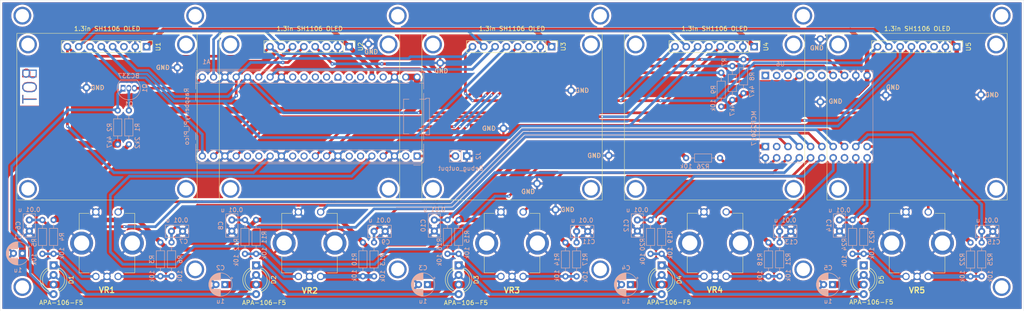
<source format=kicad_pcb>
(kicad_pcb (version 20241229) (generator "pcbnew") (generator_version "9.0")
  (layers (0 "F.Cu" signal) (2 "B.Cu" signal) (13 "F.Paste" user) (15 "B.Paste" user) (5 "F.SilkS" user "F.Silkscreen") (7 "B.SilkS" user "B.Silkscreen") (1 "F.Mask" user) (3 "B.Mask" user) (25 "Edge.Cuts" user))
  (net 0 "")
  (net 1 "GND")
  (net 3 "/displays/DISP_RESET")
  (net 4 "/LEDs/LED")
  (net 6 "/displays/DIN")
  (net 7 "/displays/CS0")
  (net 9 "/rotaries/I2C_SDA")
  (net 10 "/displays/CS1")
  (net 13 "+3.3V")
  (net 15 "/rotaries/MCP_INT")
  (net 17 "/displays/CLK")
  (net 18 "/rotaries/MCP_RESET")
  (net 19 "/rotaries/I2C_SCL")
  (net 20 "/displays/CS4")
  (net 22 "Net-(A1-GPIO0)")
  (net 24 "/displays/CS2")
  (net 26 "/displays/CS3")
  (net 27 "+5V")
  (net 28 "/displays/D{slash}C")
  (net 33 "Net-(U6-GPA1)")
  (net 34 "Net-(U6-GPA0)")
  (net 35 "Net-(U6-GPA4)")
  (net 36 "Net-(U6-GPB7)")
  (net 37 "Net-(U6-GPA7)")
  (net 38 "Net-(U6-GPB2)")
  (net 39 "Net-(U6-GPB1)")
  (net 40 "Net-(U6-GPB4)")
  (net 41 "Net-(U6-GPB3)")
  (net 42 "Net-(D1-DI)")
  (net 43 "Net-(D1-DO)")
  (net 44 "Net-(D2-DO)")
  (net 45 "Net-(D3-DO)")
  (net 46 "Net-(D4-DO)")
  (net 48 "Net-(Q1-B)")
  (net 49 "Net-(VR1-B)")
  (net 50 "Net-(VR1-A)")
  (net 51 "Net-(VR2-B)")
  (net 52 "Net-(VR2-A)")
  (net 53 "Net-(VR3-B)")
  (net 54 "Net-(VR3-A)")
  (net 55 "Net-(VR4-B)")
  (net 56 "Net-(VR4-A)")
  (net 57 "Net-(VR5-B)")
  (net 58 "Net-(VR5-A)")
  (net 65 "Net-(U6-GPA2)")
  (net 66 "Net-(U6-GPB0)")
  (net 68 "Net-(U6-GPB5)")
  (net 70 "Net-(U6-GPA3)")
  (net 73 "Net-(U6-GPB6)")
  (net 75 "Net-(U6-GPA6)")
  (footprint "VC5_footprint_library:PinHeader_1x08_P2.54mm_Vertical_Display" (layer "F.Cu") (at 213.53 65.1 -90)
    (property "Reference" "U4")
    (property "Value" "1.3in SH1106 OLED")
  )
  (footprint "LED_THT:LED_D5.0mm-4_RGB_Wide_Pins" (layer "F.Cu") (at 101.64 114.31 -90)
    (property "Reference" "D2")
    (property "Value" "APA-106-F5")
  )
  (footprint "" (layer "F.Cu") (at 228.4 63.4)
    (property "Reference" "")
    (property "Value" "")
  )
  (footprint "" (layer "F.Cu") (at 228.4 77.5)
    (property "Reference" "")
    (property "Value" "")
  )
  (footprint "" (layer "F.Cu") (at 157.2 83.5)
    (property "Reference" "")
    (property "Value" "")
  )
  (footprint "" (layer "F.Cu") (at 243.1 76)
    (property "Reference" "")
    (property "Value" "")
  )
  (footprint "" (layer "F.Cu") (at 49.14 119.18)
    (property "Reference" "")
    (property "Value" "")
  )
  (footprint "" (layer "F.Cu") (at 178.96 58.12)
    (property "Reference" "")
    (property "Value" "")
  )
  (footprint "" (layer "F.Cu") (at 269.14 58.12)
    (property "Reference" "")
    (property "Value" "")
  )
  (footprint "" (layer "F.Cu") (at 133.46 58.12)
    (property "Reference" "")
    (property "Value" "")
  )
  (footprint "" (layer "F.Cu") (at 164.75 95.9)
    (property "Reference" "")
    (property "Value" "")
  )
  (footprint "" (layer "F.Cu") (at 180.86 89.6)
    (property "Reference" "")
    (property "Value" "")
  )
  (footprint "" (layer "F.Cu") (at 172.4 74.94)
    (property "Reference" "")
    (property "Value" "")
  )
  (footprint "" (layer "F.Cu") (at 83.95 69.8)
    (property "Reference" "")
    (property "Value" "")
  )
  (footprint "LED_THT:LED_D5.0mm-4_RGB_Wide_Pins" (layer "F.Cu") (at 147.14 114.31 -90)
    (property "Reference" "D3")
    (property "Value" "APA-106-F5")
  )
  (footprint "" (layer "F.Cu") (at 264.48 75.93)
    (property "Reference" "")
    (property "Value" "")
  )
  (footprint "" (layer "F.Cu") (at 88.01 115.21)
    (property "Reference" "")
    (property "Value" "")
  )
  (footprint "VC5_footprint_library:PinHeader_1x08_P2.54mm_Vertical_Display" (layer "F.Cu") (at 122.53 65.1 -90)
    (property "Reference" "U2")
    (property "Value" "1.3in SH1106 OLED")
  )
  (footprint "" (layer "F.Cu") (at 49.13 58.12)
    (property "Reference" "")
    (property "Value" "")
  )
  (footprint "LED_THT:LED_D5.0mm-4_RGB_Wide_Pins" (layer "F.Cu") (at 238.14 114.31 -90)
    (property "Reference" "D5")
    (property "Value" "APA-106-F5")
  )
  (footprint "VC5_footprint_library:PEC11R4220FS0024" (layer "F.Cu") (at 65.64 102.3)
    (property "Reference" "VR1")
    (property "Value" "PEC11R-4220F-S0024" (hide yes))
  )
  (footprint "" (layer "F.Cu") (at 225.03 115.21)
    (property "Reference" "")
    (property "Value" "")
  )
  (footprint "" (layer "F.Cu") (at 63.53 74.31)
    (property "Reference" "")
    (property "Value" "")
  )
  (footprint "VC5_footprint_library:PinHeader_1x08_P2.54mm_Vertical_Display" (layer "F.Cu") (at 77.03 65.1 -90)
    (property "Reference" "U1")
    (property "Value" "1.3in SH1106 OLED")
  )
  (footprint "" (layer "F.Cu") (at 133.35 115.21)
    (property "Reference" "")
    (property "Value" "")
  )
  (footprint "" (layer "F.Cu") (at 143 68.75)
    (property "Reference" "")
    (property "Value" "")
  )
  (footprint "" (layer "F.Cu") (at 126.85 64.5)
    (property "Reference" "")
    (property "Value" "")
  )
  (footprint "VC5_footprint_library:PinHeader_1x08_P2.54mm_Vertical_Display" (layer "F.Cu") (at 259.03 65.11 -90)
    (property "Reference" "U5")
    (property "Value" "1.3in SH1106 OLED")
  )
  (footprint "LED_THT:LED_D5.0mm-4_RGB_Wide_Pins" (layer "F.Cu") (at 56.14 114.31 -90)
    (property "Reference" "D1")
    (property "Value" "APA-106-F5")
  )
  (footprint "" (layer "F.Cu") (at 179.22 115.21)
    (property "Reference" "")
    (property "Value" "")
  )
  (footprint "VC5_footprint_library:PEC11R4220FS0024" (layer "F.Cu") (at 202.25 102.28)
    (property "Reference" "VR4")
    (property "Value" "PEC11R-4220F-S0024" (hide yes))
  )
  (footprint "VC5_footprint_library:PEC11R4220FS0024" (layer "F.Cu") (at 111.14 102.3)
    (property "Reference" "VR2")
    (property "Value" "PEC11R-4220F-S0024" (hide yes))
  )
  (footprint "" (layer "F.Cu") (at 224.57 58.12)
    (property "Reference" "")
    (property "Value" "")
  )
  (footprint "" (layer "F.Cu") (at 87.96 58.12)
    (property "Reference" "")
    (property "Value" "")
  )
  (footprint "" (layer "F.Cu") (at 269.14 119.18)
    (property "Reference" "")
    (property "Value" "")
  )
  (footprint "VC5_footprint_library:PinHeader_1x08_P2.54mm_Vertical_Display" (layer "F.Cu") (at 168.03 65.1 -90)
    (property "Reference" "U3")
    (property "Value" "1.3in SH1106 OLED")
  )
  (footprint "VC5_footprint_library:PEC11R4220FS0024" (layer "F.Cu") (at 247.64 102.3)
    (property "Reference" "VR5")
    (property "Value" "PEC11R-4220F-S0024" (hide yes))
  )
  (footprint "LED_THT:LED_D5.0mm-4_RGB_Wide_Pins" (layer "F.Cu") (at 192.75 114.31 -90)
    (property "Reference" "D4")
    (property "Value" "APA-106-F5")
  )
  (footprint "VC5_footprint_library:PEC11R4220FS0024" (layer "F.Cu") (at 156.64 102.3)
    (property "Reference" "VR3")
    (property "Value" "PEC11R-4220F-S0024" (hide yes))
  )
  (footprint "" (layer "F.Cu") (at 168.91 101.76)
    (property "Reference" "")
    (property "Value" "")
  )
  (footprint "Capacitor_THT:C_Disc_D5.0mm_W2.5mm_P2.50mm" (layer "B.Cu") (at 141.69 104.09 -90)
    (property "Reference" "C10")
    (property "Value" "0.01 u")
  )
  (footprint "Resistor_THT:R_Axial_DIN0204_L3.6mm_D1.6mm_P7.62mm_Horizontal" (layer "B.Cu") (at 173.64 116.78 90)
    (property "Reference" "R17")
    (property "Value" "10k")
  )
  (footprint "Resistor_THT:R_Axial_DIN0204_L3.6mm_D1.6mm_P7.62mm_Horizontal" (layer "B.Cu") (at 192.75 104.09 -90)
    (property "Reference" "R19")
    (property "Value" "10k")
  )
  (footprint "Capacitor_THT:C_Disc_D5.0mm_W2.5mm_P2.50mm" (layer "B.Cu") (at 173.64 106.66)
    (property "Reference" "C11")
    (property "Value" "0.01 u")
  )
  (footprint "Resistor_THT:R_Axial_DIN0204_L3.6mm_D1.6mm_P7.62mm_Horizontal" (layer "B.Cu") (at 125.64 109.14 -90)
    (property "Reference" "R10")
    (property "Value" "10k")
  )
  (footprint "Capacitor_THT:C_Disc_D5.0mm_W2.5mm_P2.50mm" (layer "B.Cu") (at 264.64 106.66)
    (property "Reference" "C15")
    (property "Value" "0.01 u")
  )
  (footprint "Resistor_THT:R_Axial_DIN0204_L3.6mm_D1.6mm_P7.62mm_Horizontal" (layer "B.Cu") (at 144.64 111.71 90)
    (property "Reference" "R16")
    (property "Value" "10k")
  )
  (footprint "Resistor_THT:R_Axial_DIN0204_L3.6mm_D1.6mm_P7.62mm_Horizontal" (layer "B.Cu") (at 198.24 90.15)
    (property "Reference" "R26")
    (property "Value" "10k")
  )
  (footprint "Capacitor_THT:CP_Radial_D5.0mm_P2.00mm" (layer "B.Cu") (at 231.14 118.628 180)
    (property "Reference" "C5")
    (property "Value" "1u")
  )
  (footprint "Resistor_THT:R_Axial_DIN0204_L3.6mm_D1.6mm_P7.62mm_Horizontal" (layer "B.Cu") (at 206.13 78.58 90)
    (property "Reference" "R9")
    (property "Value" "10k")
  )
  (footprint "Capacitor_THT:C_Disc_D5.0mm_W2.5mm_P2.50mm" (layer "B.Cu") (at 128.14 106.65)
    (property "Reference" "C9")
    (property "Value" "0.01 u")
  )
  (footprint "Resistor_THT:R_Axial_DIN0204_L3.6mm_D1.6mm_P7.62mm_Horizontal" (layer "B.Cu") (at 128.14 116.77 90)
    (property "Reference" "R13")
    (property "Value" "10k")
  )
  (footprint "Capacitor_THT:C_Disc_D5.0mm_W2.5mm_P2.50mm" (layer "B.Cu") (at 187.3 104.09 -90)
    (property "Reference" "C12")
    (property "Value" "0.01 u")
  )
  (footprint "Capacitor_THT:C_Disc_D5.0mm_W2.5mm_P2.50mm" (layer "B.Cu") (at 50.69 104.09 -90)
    (property "Reference" "C6")
    (property "Value" "0.01 u")
  )
  (footprint "Resistor_THT:R_Axial_DIN0204_L3.6mm_D1.6mm_P7.62mm_Horizontal" (layer "B.Cu") (at 235.64 111.71 90)
    (property "Reference" "R24")
    (property "Value" "10k")
  )
  (footprint "VC5_footprint_library:MCP23017_IO_expander" (layer "B.Cu") (at 227.492 79.983 -90)
    (property "Reference" "U6")
    (property "Value" "MCP23017")
  )
  (footprint "Resistor_THT:R_Axial_DIN0204_L3.6mm_D1.6mm_P7.62mm_Horizontal" (layer "B.Cu") (at 82.64 116.75 90)
    (property "Reference" "R6")
    (property "Value" "10k")
  )
  (footprint "Resistor_THT:R_Axial_DIN0204_L3.6mm_D1.6mm_P7.62mm_Horizontal" (layer "B.Cu") (at 56.14 104.09 -90)
    (property "Reference" "R4")
    (property "Value" "10k")
  )
  (footprint "Resistor_THT:R_Axial_DIN0204_L3.6mm_D1.6mm_P7.62mm_Horizontal" (layer "B.Cu") (at 219.25 116.76 90)
    (property "Reference" "R21")
    (property "Value" "10k")
  )
  (footprint "Resistor_THT:R_Axial_DIN0204_L3.6mm_D1.6mm_P7.62mm_Horizontal" (layer "B.Cu") (at 262.14 109.18 -90)
    (property "Reference" "R22")
    (property "Value" "10k")
  )
  (footprint "Capacitor_THT:CP_Radial_D5.0mm_P2.00mm" (layer "B.Cu") (at 49.13 111.61 180)
    (property "Reference" "C1")
    (property "Value" "1u")
  )
  (footprint "Resistor_THT:R_Axial_DIN0204_L3.6mm_D1.6mm_P7.62mm_Horizontal" (layer "B.Cu") (at 80.14 109.13 -90)
    (property "Reference" "R3")
    (property "Value" "10k")
  )
  (footprint "Package_TO_SOT_THT:TO-92_Inline" (layer "B.Cu") (at 71.77 74.45)
    (property "Reference" "Q1")
    (property "Value" "BC337")
  )
  (footprint "Resistor_THT:R_Axial_DIN0204_L3.6mm_D1.6mm_P7.62mm_Horizontal" (layer "B.Cu") (at 264.64 116.78 90)
    (property "Reference" "R25")
    (property "Value" "10k")
  )
  (footprint "Resistor_THT:R_Axial_DIN0204_L3.6mm_D1.6mm_P7.62mm_Horizontal" (layer "B.Cu") (at 101.64 104.09 -90)
    (property "Reference" "R11")
    (property "Value" "10k")
  )
  (footprint "Capacitor_THT:CP_Radial_D5.0mm_P2.00mm" (layer "B.Cu") (at 140.14 118.628 180)
    (property "Reference" "C3")
    (property "Value" "1u")
  )
  (footprint "Resistor_THT:R_Axial_DIN0204_L3.6mm_D1.6mm_P7.62mm_Horizontal" (layer "B.Cu") (at 99.14 111.71 90)
    (property "Reference" "R12")
    (property "Value" "10k")
  )
  (footprint "Capacitor_THT:C_Disc_D5.0mm_W2.5mm_P2.50mm" (layer "B.Cu") (at 82.63 106.63)
    (property "Reference" "C7")
    (property "Value" "0.01 u")
  )
  (footprint "Connector_PinHeader_2.54mm:PinHeader_1x02_P2.54mm_Vertical" (layer "B.Cu") (at 148.96 89.7 90)
    (property "Reference" "J2")
    (property "Value" "Debug_output")
  )
  (footprint "Capacitor_THT:C_Disc_D5.0mm_W2.5mm_P2.50mm" (layer "B.Cu") (at 96.19 104.09 -90)
    (property "Reference" "C8")
    (property "Value" "0.01 u")
  )
  (footprint "VC5_footprint_library:RaspberryPi_Pico_Common_THT_custom" (layer "B.Cu") (at 137.81 89.71 90)
    (property "Reference" "A1")
    (property "Value" "RaspberryPi_Pico")
  )
  (footprint "Resistor_THT:R_Axial_DIN0204_L3.6mm_D1.6mm_P7.62mm_Horizontal" (layer "B.Cu") (at 147.14 104.09 -90)
    (property "Reference" "R15")
    (property "Value" "10k")
  )
  (footprint "Resistor_THT:R_Axial_DIN0204_L3.6mm_D1.6mm_P7.62mm_Horizontal" (layer "B.Cu") (at 211.13 67.96 -90)
    (property "Reference" "R8")
    (property "Value" "4k7")
  )
  (footprint "Resistor_THT:R_Axial_DIN0204_L3.6mm_D1.6mm_P7.62mm_Horizontal" (layer "B.Cu") (at 238.14 104.09 -90)
    (property "Reference" "R23")
    (property "Value" "10k")
  )
  (footprint "Capacitor_THT:CP_Radial_D5.0mm_P2.00mm" (layer "B.Cu") (at 94.64 118.628 180)
    (property "Reference" "C2")
    (property "Value" "1u")
  )
  (footprint "Capacitor_THT:C_Disc_D5.0mm_W2.5mm_P2.50mm" (layer "B.Cu") (at 232.69 104.09 -90)
    (property "Reference" "C14")
    (property "Value" "0.01 u")
  )
  (footprint "Resistor_THT:R_Axial_DIN0204_L3.6mm_D1.6mm_P7.62mm_Horizontal" (layer "B.Cu") (at 171.14 109.17 -90)
    (property "Reference" "R14")
    (property "Value" "10k")
  )
  (footprint "Capacitor_THT:C_Disc_D5.0mm_W2.5mm_P2.50mm" (layer "B.Cu") (at 219.25 106.64)
    (property "Reference" "C13")
    (property "Value" "0.01 u")
  )
  (footprint "Resistor_THT:R_Axial_DIN0204_L3.6mm_D1.6mm_P7.62mm_Horizontal" (layer "B.Cu") (at 216.75 109.16 -90)
    (property "Reference" "R18")
    (property "Value" "10k")
  )
  (footprint "Resistor_THT:R_Axial_DIN0204_L3.6mm_D1.6mm_P7.62mm_Horizontal" (layer "B.Cu") (at 53.64 111.71 90)
    (property "Reference" "R5")
    (property "Value" "10k")
  )
  (footprint "Resistor_THT:R_Axial_DIN0204_L3.6mm_D1.6mm_P7.62mm_Horizontal" (layer "B.Cu") (at 208.63 69.46 -90)
    (property "Reference" "R7")
    (property "Value" "4k7")
  )
  (footprint "Resistor_THT:R_Axial_DIN0204_L3.6mm_D1.6mm_P7.62mm_Horizontal" (layer "B.Cu") (at 73.05 87.07 90)
    (property "Reference" "R1")
    (property "Value" "2k2")
  )
  (footprint "Resistor_THT:R_Axial_DIN0204_L3.6mm_D1.6mm_P7.62mm_Horizontal" (layer "B.Cu") (at 70.55 87.07 90)
    (property "Reference" "R2")
    (property "Value" "4k7")
  )
  (footprint "Capacitor_THT:CP_Radial_D5.0mm_P2.00mm" (layer "B.Cu") (at 185.74 118.628 180)
    (property "Reference" "C4")
    (property "Value" "1u")
  )
  (footprint "Resistor_THT:R_Axial_DIN0204_L3.6mm_D1.6mm_P7.62mm_Horizontal" (layer "B.Cu") (at 190.25 111.71 90)
    (property "Reference" "R20")
    (property "Value" "10k")
  )
  (gr_rect (start 44.13 54.62) (end 274.13 124.62) (stroke (width 0.05)) (fill no) (layer "Edge.Cuts"))
  (gr_text "TOP" (at 52.61 78.19 90) (layer "F.Cu") (effects (font (size 3 3) (thickness 0.25)) (justify left bottom)))
  (gr_text "BOT" (at 52.62 69.51 90) (layer "B.Cu") (effects (font (size 3 3) (thickness 0.25)) (justify left bottom mirror)))
  (gr_text "GND" (at 66.01 74.33 0) (layer "F.SilkS") (effects (font (size 1 1))))
  (gr_text "GND" (at 153.94 83.5 0) (layer "F.SilkS") (effects (font (size 1 1))))
  (gr_text "GND" (at 127.49 66.26 0) (layer "F.SilkS") (effects (font (size 1 1))))
  (gr_text "GND" (at 174.88 74.96 0) (layer "F.SilkS") (effects (font (size 1 1))))
  (gr_text "GND" (at 266.96 75.95 0) (layer "F.SilkS") (effects (font (size 1 1))))
  (gr_text "GND" (at 143.24 70.56 0) (layer "F.SilkS") (effects (font (size 1 1))))
  (gr_text "GND" (at 227.6 65.4 0) (layer "F.SilkS") (effects (font (size 1 1))))
  (gr_text "GND" (at 231.8 77.4 0) (layer "F.SilkS") (effects (font (size 1 1))))
  (gr_text "GND" (at 177.6 89.6 0) (layer "F.SilkS") (effects (font (size 1 1))))
  (gr_text "GND" (at 244.7 74.25 0) (layer "F.SilkS") (effects (font (size 1 1))))
  (gr_text "GND" (at 162.74 97.71 0) (layer "F.SilkS") (effects (font (size 1 1))))
  (gr_text "GND" (at 171.61 101.76 0) (layer "F.SilkS") (effects (font (size 1 1))))
  (gr_text "GND" (at 80.69 69.8 0) (layer "F.SilkS") (effects (font (size 1 1))))
  (gr_text "GND" (at 153.95 83.49 0) (layer "B.SilkS") (effects (font (size 1 1)) (justify mirror)))
  (gr_text "GND" (at 171.61 101.76 0) (layer "B.SilkS") (effects (font (size 1 1)) (justify mirror)))
  (gr_text "GND" (at 174.89 74.95 0) (layer "B.SilkS") (effects (font (size 1 1)) (justify mirror)))
  (gr_text "GND" (at 127.5 66.25 0) (layer "B.SilkS") (effects (font (size 1 1)) (justify mirror)))
  (gr_text "GND" (at 177.61 89.59 0) (layer "B.SilkS") (effects (font (size 1 1)) (justify mirror)))
  (gr_text "GND" (at 80.7 69.79 0) (layer "B.SilkS") (effects (font (size 1 1)) (justify mirror)))
  (gr_text "GND" (at 143.25 70.55 0) (layer "B.SilkS") (effects (font (size 1 1)) (justify mirror)))
  (gr_text "GND" (at 162.75 97.7 0) (layer "B.SilkS") (effects (font (size 1 1)) (justify mirror)))
  (gr_text "GND" (at 266.94 75.94 0) (layer "B.SilkS") (effects (font (size 1 1)) (justify mirror)))
  (gr_text "GND" (at 244.7 74.25 0) (layer "B.SilkS") (effects (font (size 1 1)) (justify mirror)))
  (gr_text "GND" (at 231.8 77.4 0) (layer "B.SilkS") (effects (font (size 1 1)) (justify mirror)))
  (gr_text "GND" (at 66.03 74.32 0) (layer "B.SilkS") (effects (font (size 1 1)) (justify mirror)))
  (gr_text "GND" (at 227.6 65.4 0) (layer "B.SilkS") (effects (font (size 1 1)) (justify mirror)))
  (segment (start 192.5 77.25) (end 183.6 77.25) (width 0.6) (layer "F.Cu") (net 3))
  (segment (start 148.66 75.64) (end 148.66 66.69) (width 0.6) (layer "F.Cu") (net 3))
  (segment (start 104.75 65.1) (end 102.6 67.25) (width 0.6) (layer "F.Cu") (net 3))
  (segment (start 102.6 67.25) (end 61.4 67.25) (width 0.6) (layer "F.Cu") (net 3))
  (segment (start 59.25 65.1) (end 59.25 82.99) (width 0.6) (layer "F.Cu") (net 3))
  (segment (start 148.66 66.69) (end 150.25 65.1) (width 0.6) (layer "F.Cu") (net 3))
  (segment (start 61.4 67.25) (end 59.25 65.1) (width 0.6) (layer "F.Cu") (net 3))
  (segment (start 150.26 77.25) (end 150.25 77.24) (width 0.6) (layer "F.Cu") (net 3))
  (segment (start 183.6 77.25) (end 150.26 77.25) (width 0.6) (layer "F.Cu") (net 3))
  (via (at 183.6 77.25) (size 0.6) (drill 0.3) (layers "F.Cu" "B.Cu") (net 3))
  (via (at 192.5 77.25) (size 0.6) (drill 0.3) (layers "F.Cu" "B.Cu") (net 3))
  (via (at 150.25 77.24) (size 0.6) (drill 0.3) (layers "F.Cu" "B.Cu") (net 3))
  (via (at 148.66 75.64) (size 0.6) (drill 0.3) (layers "F.Cu" "B.Cu") (net 3))
  (via (at 59.25 82.99) (size 0.6) (drill 0.3) (layers "F.Cu" "B.Cu") (net 3))
  (segment (start 213.56 68.73) (end 237.63 68.73) (width 0.6) (layer "B.Cu") (net 3))
  (segment (start 107.4 67.75) (end 135.9 67.75) (width 0.6) (layer "B.Cu") (net 3))
  (segment (start 150.25 77.24) (end 150.25 77.23) (width 0.6) (layer "B.Cu") (net 3))
  (segment (start 205.04 77.25) (end 213.56 68.73) (width 0.6) (layer "B.Cu") (net 3))
  (segment (start 59.25 82.99) (end 69.7 93.44) (width 0.6) (layer "B.Cu") (net 3))
  (segment (start 69.7 93.44) (end 101.06 93.44) (width 0.6) (layer "B.Cu") (net 3))
  (segment (start 104.75 65.1) (end 107.4 67.75) (width 0.6) (layer "B.Cu") (net 3))
  (segment (start 192.5 77.25) (end 205.04 77.25) (width 0.6) (layer "B.Cu") (net 3))
  (segment (start 148 67.35) (end 150.25 65.1) (width 0.6) (layer "B.Cu") (net 3))
  (segment (start 135.9 67.75) (end 136.3 67.35) (width 0.6) (layer "B.Cu") (net 3))
  (segment (start 237.63 68.73) (end 241.25 65.11) (width 0.6) (layer "B.Cu") (net 3))
  (segment (start 101.06 93.44) (end 104.79 89.71) (width 0.6) (layer "B.Cu") (net 3))
  (segment (start 150.25 77.23) (end 148.66 75.64) (width 0.6) (layer "B.Cu") (net 3))
  (segment (start 183.6 77.25) (end 195.75 65.1) (width 0.6) (layer "B.Cu") (net 3))
  (segment (start 136.3 67.35) (end 148 67.35) (width 0.6) (layer "B.Cu") (net 3))
  (segment (start 87.03 74.45) (end 89.55 71.93) (width 0.6) (layer "F.Cu") (net 4))
  (segment (start 74.31 74.45) (end 87.03 74.45) (width 0.6) (layer "F.Cu") (net 4))
  (segment (start 141.8 72.19) (end 141.8 71.92) (width 0.6) (layer "F.Cu") (net 6))
  (segment (start 242.719 79.981) (end 251.41 71.29) (width 0.6) (layer "F.Cu") (net 6))
  (segment (start 143.28 79.981) (end 138.141 79.981) (width 0.6) (layer "F.Cu") (net 6))
  (segment (start 138.84 68.96) (end 129.88 68.96) (width 0.6) (layer "F.Cu") (net 6))
  (segment (start 145.529 79.981) (end 143.28 79.981) (width 0.6) (layer "F.Cu") (net 6))
  (segment (start 141.8 76.32) (end 141.8 72.19) (width 0.6) (layer "F.Cu") (net 6))
  (segment (start 160.41 65.1) (end 145.529 79.981) (width 0.6) (layer "F.Cu") (net 6))
  (segment (start 118.77 68.96) (end 114.91 65.1) (width 0.6) (layer "F.Cu") (net 6))
  (segment (start 138.141 79.981) (end 138.14 79.98) (width 0.6) (layer "F.Cu") (net 6))
  (segment (start 190.16 79.981) (end 143.28 79.981) (width 0.6) (layer "F.Cu") (net 6))
  (segment (start 191.029 79.981) (end 242.719 79.981) (width 0.6) (layer "F.Cu") (net 6))
  (segment (start 138.94 69.06) (end 138.84 68.96) (width 0.6) (layer "F.Cu") (net 6))
  (segment (start 138.14 79.98) (end 141.8 76.32) (width 0.6) (layer "F.Cu") (net 6))
  (segment (start 191.029 79.981) (end 190.16 79.981) (width 0.6) (layer "F.Cu") (net 6))
  (segment (start 141.8 71.92) (end 138.94 69.06) (width 0.6) (layer "F.Cu") (net 6))
  (segment (start 205.91 65.1) (end 191.029 79.981) (width 0.6) (layer "F.Cu") (net 6))
  (segment (start 251.41 65.11) (end 251.41 71.29) (width 0.6) (layer "F.Cu") (net 6))
  (via (at 138.14 79.98) (size 0.6) (drill 0.3) (layers "F.Cu" "B.Cu") (net 6))
  (via (at 118.77 68.96) (size 0.8) (drill 0.3) (layers "F.Cu" "B.Cu") (net 6))
  (via (at 129.88 68.96) (size 0.8) (drill 0.3) (layers "F.Cu" "B.Cu") (net 6))
  (segment (start 95.33 76.31) (end 99.71 71.93) (width 0.6) (layer "B.Cu") (net 6))
  (segment (start 77.453572 70.468) (end 83.295572 76.31) (width 0.6) (layer "B.Cu") (net 6))
  (segment (start 107.76 79.98) (end 99.71 71.93) (width 0.6) (layer "B.Cu") (net 6))
  (segment (start 129.88 68.96) (end 118.77 68.96) (width 0.6) (layer "B.Cu") (net 6))
  (segment (start 83.295572 76.31) (end 92.58 76.31) (width 0.6) (layer "B.Cu") (net 6))
  (segment (start 92.58 76.31) (end 95.33 76.31) (width 0.6) (layer "B.Cu") (net 6))
  (segment (start 74.778 70.468) (end 77.453572 70.468) (width 0.6) (layer "B.Cu") (net 6))
  (segment (start 138.14 79.98) (end 107.76 79.98) (width 0.6) (layer "B.Cu") (net 6))
  (segment (start 69.41 65.1) (end 74.778 70.468) (width 0.6) (layer "B.Cu") (net 6))
  (segment (start 89.55 84.83) (end 89.55 89.71) (width 0.6) (layer "B.Cu") (net 7))
  (segment (start 64.33 65.1) (end 71.3 72.07) (width 0.6) (layer "B.Cu") (net 7))
  (segment (start 71.3 72.07) (end 76.79 72.07) (width 0.6) (layer "B.Cu") (net 7))
  (segment (start 76.79 72.07) (end 89.55 84.83) (width 0.6) (layer "B.Cu") (net 7))
  (segment (start 161.05 69.46) (end 200.28 69.46) (width 0.6) (layer "F.Cu") (net 9))
  (segment (start 123.27 83.93) (end 117.49 89.71) (width 0.6) (layer "F.Cu") (net 9))
  (segment (start 146.58 83.93) (end 123.27 83.93) (width 0.6) (layer "F.Cu") (net 9))
  (segment (start 229.171 69.46) (end 208.63 69.46) (width 0.6) (layer "F.Cu") (net 9))
  (segment (start 231.29 71.579) (end 229.171 69.46) (width 0.6) (layer "F.Cu") (net 9))
  (segment (start 147.42 83.09) (end 146.58 83.93) (width 0.6) (layer "F.Cu") (net 9))
  (segment (start 154.52 75.99) (end 161.05 69.46) (width 0.6) (layer "F.Cu") (net 9))
  (via (at 154.52 75.99) (size 0.6) (drill 0.3) (layers "F.Cu" "B.Cu") (net 9))
  (via (at 147.42 83.09) (size 0.6) (drill 0.3) (layers "F.Cu" "B.Cu") (net 9))
  (via (at 200.28 69.46) (size 0.6) (drill 0.3) (layers "F.Cu" "B.Cu") (net 9))
  (segment (start 154.52 75.99) (end 147.42 83.09) (width 0.6) (layer "B.Cu") (net 9))
  (segment (start 208.63 69.46) (end 200.28 69.46) (width 0.6) (layer "B.Cu") (net 9))
  (segment (start 107.86 67.07) (end 107.11 67.07) (width 0.6) (layer "F.Cu") (net 10))
  (segment (start 109.83 65.1) (end 107.86 67.07) (width 0.6) (layer "F.Cu") (net 10))
  (segment (start 107.11 67.07) (end 102.25 71.93) (width 0.6) (layer "F.Cu") (net 10))
  (segment (start 218.35 110.76) (end 231.47 110.76) (width 1) (layer "F.Cu") (net 13))
  (segment (start 118.77 61.34) (end 122.53 65.1) (width 1) (layer "F.Cu") (net 13))
  (segment (start 147.14 104.09) (end 163.659 87.571) (width 1) (layer "F.Cu") (net 13))
  (segment (start 207.13 78.58) (end 208.63 77.08) (width 1) (layer "F.Cu") (net 13))
  (segment (start 140.18 111.05) (end 127.55 111.05) (width 1) (layer "F.Cu") (net 13))
  (segment (start 81.73 110.72) (end 80.14 109.13) (width 1) (layer "F.Cu") (net 13))
  (segment (start 127.65 70.22) (end 122.53 65.1) (width 1) (layer "F.Cu") (net 13))
  (segment (start 238.91 65.12) (end 235.13 61.34) (width 1) (layer "F.Cu") (net 13))
  (segment (start 73.05 87.18) (end 73.05 87.07) (width 1) (layer "F.Cu") (net 13))
  (segment (start 259.215 106.255) (end 262.14 109.18) (width 1) (layer "F.Cu") (net 13))
  (segment (start 259.03 106.07) (end 259.215 106.255) (width 1) (layer "F.Cu") (net 13))
  (segment (start 255.26 61.34) (end 235.13 61.34) (width 1) (layer "F.Cu") (net 13))
  (segment (start 120.59 104.09) (end 101.64 104.09) (width 1) (layer "F.Cu") (net 13))
  (segment (start 83.314156 110.72) (end 83.303156 110.731) (width 1) (layer "F.Cu") (net 13))
  (segment (start 238.14 104.09) (end 257.05 104.09) (width 1) (layer "F.Cu") (net 13))
  (segment (start 211.13 75.58) (end 236.9 75.58) (width 1) (layer "F.Cu") (net 13))
  (segment (start 208.63 77.08) (end 209.63 77.08) (width 1) (layer "F.Cu") (net 13))
  (segment (start 164.27 61.34) (end 118.77 61.34) (width 1) (layer "F.Cu") (net 13))
  (segment (start 172.731 110.761) (end 186.079 110.761) (width 1) (layer "F.Cu") (net 13))
  (segment (start 195 87.571) (end 216.05 87.571) (width 1) (layer "F.Cu") (net 13))
  (segment (start 81.976844 110.731) (end 81.965844 110.72) (width 1) (layer "F.Cu") (net 13))
  (segment (start 231.47 110.76) (end 238.14 104.09) (width 1) (layer "F.Cu") (net 13))
  (segment (start 235.13 61.34) (end 209.77 61.34) (width 1) (layer "F.Cu") (net 13))
  (segment (start 127.65 71.93) (end 127.65 70.22) (width 1) (layer "F.Cu") (net 13))
  (segment (start 56.14 103.99) (end 56.14 103.98) (width 1) (layer "F.Cu") (net 13))
  (segment (start 171.14 109.17) (end 172.731 110.761) (width 1) (layer "F.Cu") (net 13))
  (segment (start 80.79 61.34) (end 118.77 61.34) (width 1) (layer "F.Cu") (net 13))
  (segment (start 83.303156 110.731) (end 81.976844 110.731) (width 1) (layer "F.Cu") (net 13))
  (segment (start 95.01 110.72) (end 83.314156 110.72) (width 1) (layer "F.Cu") (net 13))
  (segment (start 147.14 104.09) (end 140.18 111.05) (width 1) (layer "F.Cu") (net 13))
  (segment (start 168.03 65.1) (end 164.27 61.34) (width 1) (layer "F.Cu") (net 13))
  (segment (start 211.68 104.09) (end 216.75 109.16) (width 1) (layer "F.Cu") (net 13))
  (segment (start 238.91 71.579) (end 238.91 65.12) (width 1) (layer "F.Cu") (net 13))
  (segment (start 216.75 109.16) (end 218.35 110.76) (width 1) (layer "F.Cu") (net 13))
  (segment (start 73.05 87.08) (end 73.05 87.05) (width 1) (layer "F.Cu") (net 13))
  (segment (start 198.24 90.15) (end 195.661 87.571) (width 1) (layer "F.Cu") (net 13))
  (segment (start 209.77 61.34) (end 164.27 61.34) (width 1) (layer "F.Cu") (net 13))
  (segment (start 206.13 78.58) (end 207.13 78.58) (width 1) (layer "F.Cu") (net 13))
  (segment (start 56.14 104.09) (end 75.1 104.09) (width 1) (layer "F.Cu") (net 13))
  (segment (start 209.63 77.08) (end 211.13 75.58) (width 1) (layer "F.Cu") (net 13))
  (segment (start 259.03 65.11) (end 259.03 106.07) (width 1) (layer "F.Cu") (net 13))
  (segment (start 56.14 104.09) (end 73.05 87.18) (width 1) (layer "F.Cu") (net 13))
  (segment (start 101.64 104.09) (end 95.01 110.72) (width 1) (layer "F.Cu") (net 13))
  (segment (start 73.05 87.08) (end 73.05 87.07) (width 1) (layer "F.Cu") (net 13))
  (segment (start 75.1 104.09) (end 80.14 109.13) (width 1) (layer "F.Cu") (net 13))
  (segment (start 238.91 73.57) (end 238.91 71.579) (width 1) (layer "F.Cu") (net 13))
  (segment (start 171.14 109.17) (end 166.06 104.09) (width 1) (layer "F.Cu") (net 13))
  (segment (start 77.03 65.1) (end 80.79 61.34) (width 1) (layer "F.Cu") (net 13))
  (segment (start 259.03 65.11) (end 255.26 61.34) (width 1) (layer "F.Cu") (net 13))
  (segment (start 125.64 109.14) (end 120.59 104.09) (width 1) (layer "F.Cu") (net 13))
  (segment (start 81.965844 110.72) (end 81.73 110.72) (width 1) (layer "F.Cu") (net 13))
  (segment (start 257.05 104.09) (end 259.03 106.07) (width 1) (layer "F.Cu") (net 13))
  (segment (start 192.75 104.09) (end 211.68 104.09) (width 1) (layer "F.Cu") (net 13))
  (segment (start 236.9 75.58) (end 238.91 73.57) (width 1) (layer "F.Cu") (net 13))
  (segment (start 213.53 65.1) (end 209.77 61.34) (width 1) (layer "F.Cu") (net 13))
  (segment (start 186.079 110.761) (end 192.75 104.09) (width 1) (layer "F.Cu") (net 13))
  (segment (start 166.06 104.09) (end 147.14 104.09) (width 1) (layer "F.Cu") (net 13))
  (segment (start 195.661 87.571) (end 195 87.571) (width 1) (layer "F.Cu") (net 13))
  (segment (start 163.659 87.571) (end 195 87.571) (width 1) (layer "F.Cu") (net 13))
  (segment (start 127.55 111.05) (end 125.64 109.14) (width 1) (layer "F.Cu") (net 13))
  (segment (start 218.59 90.111) (end 216.451 92.25) (width 0.6) (layer "F.Cu") (net 15))
  (segment (start 164.95 92.25) (end 207.96 92.25) (width 0.6) (layer "F.Cu") (net 15))
  (segment (start 216.451 92.25) (end 207.96 92.25) (width 0.6) (layer "F.Cu") (net 15))
  (segment (start 207.755 92.045) (end 205.86 90.15) (width 0.6) (layer "F.Cu") (net 15))
  (segment (start 207.96 92.25) (end 207.755 92.045) (width 0.6) (layer "F.Cu") (net 15))
  (segment (start 158.45 98.75) (end 164.95 92.25) (width 0.6) (layer "F.Cu") (net 15))
  (via (at 158.45 98.75) (size 0.6) (drill 0.3) (layers "F.Cu" "B.Cu") (net 15))
  (segment (start 107.2 114.05) (end 103.15 110) (width 0.6) (layer "B.Cu") (net 15))
  (segment (start 68.9 98.5) (end 73.15 94.25) (width 0.6) (layer "B.Cu") (net 15))
  (segment (start 71.7 114.05) (end 68.9 111.25) (width 0.6) (layer "B.Cu") (net 15))
  (segment (start 131.65 110.65) (end 128.25 114.05) (width 0.6) (layer "B.Cu") (net 15))
  (segment (start 73.15 94.25) (end 123.11 94.25) (width 0.6) (layer "B.Cu") (net 15))
  (segment (start 123.11 94.25) (end 127.65 89.71) (width 0.6) (layer "B.Cu") (net 15))
  (segment (start 83.65 114.05) (end 71.7 114.05) (width 0.6) (layer "B.Cu") (net 15))
  (segment (start 87.7 110) (end 83.65 114.05) (width 0.6) (layer "B.Cu") (net 15))
  (segment (start 68.9 111.25) (end 68.9 98.5) (width 0.6) (layer "B.Cu") (net 15))
  (segment (start 128.25 114.05) (end 107.2 114.05) (width 0.6) (layer "B.Cu") (net 15))
  (segment (start 155.3 98.75) (end 158.45 98.75) (width 0.6) (layer "B.Cu") (net 15))
  (segment (start 103.15 110) (end 87.7 110) (width 0.6) (layer "B.Cu") (net 15))
  (segment (start 143.4 110.65) (end 155.3 98.75) (width 0.6) (layer "B.Cu") (net 15))
  (segment (start 143.4 110.65) (end 131.65 110.65) (width 0.6) (layer "B.Cu") (net 15))
  (segment (start 97.17 71.93) (end 97.17 76.1) (width 0.6) (layer "F.Cu") (net 17))
  (segment (start 108.82 68.65) (end 112.37 65.1) (width 0.6) (layer "F.Cu") (net 17))
  (segment (start 97.17 76.1) (end 97.19 76.12) (width 0.6) (layer "F.Cu") (net 17))
  (segment (start 107.639336 68.65) (end 108.82 68.65) (width 0.6) (layer "F.Cu") (net 17))
  (via (at 107.639336 68.65) (size 0.8) (drill 0.3) (layers "F.Cu" "B.Cu") (net 17))
  (via (at 97.19 76.12) (size 0.8) (drill 0.3) (layers "F.Cu" "B.Cu") (net 17))
  (segment (start 184.4 82.97) (end 161.11 82.97) (width 0.6) (layer "B.Cu") (net 17))
  (segment (start 102.5 85.56) (end 94.29 77.35) (width 0.6) (layer "B.Cu") (net 17))
  (segment (start 137.41 85.56) (end 136.91 85.56) (width 0.6) (layer "B.Cu") (net 17))
  (segment (start 248.87 66.46) (end 232.36 82.97) (width 0.6) (layer "B.Cu") (net 17))
  (segment (start 100.11 68.99) (end 97.17 71.93) (width 0.6) (layer "B.Cu") (net 17))
  (segment (start 91.72 77.35) (end 83.202786 77.35) (width 0.6) (layer "B.Cu") (net 17))
  (segment (start 95.96 77.35) (end 94.29 77.35) (width 0.6) (layer "B.Cu") (net 17))
  (segment (start 100.45 68.65) (end 107.639336 68.65) (width 0.6) (layer "B.Cu") (net 17))
  (segment (start 203.37 65.1) (end 185.5 82.97) (width 0.6) (layer "B.Cu") (net 17))
  (segment (start 97.19 76.12) (end 95.96 77.35) (width 0.6) (layer "B.Cu") (net 17))
  (segment (start 77.121786 71.269) (end 73.039 71.269) (width 0.6) (layer "B.Cu") (net 17))
  (segment (start 161.11 82.97) (end 158.52 85.56) (width 0.6) (layer "B.Cu") (net 17))
  (segment (start 100.11 68.99) (end 100.45 68.65) (width 0.6) (layer "B.Cu") (net 17))
  (segment (start 83.202786 77.35) (end 77.121786 71.269) (width 0.6) (layer "B.Cu") (net 17))
  (segment (start 232.36 82.97) (end 184.4 82.97) (width 0.6) (layer "B.Cu") (net 17))
  (segment (start 157.87 65.1) (end 137.41 85.56) (width 0.6) (layer "B.Cu") (net 17))
  (segment (start 136.91 85.56) (end 102.5 85.56) (width 0.6) (layer "B.Cu") (net 17))
  (segment (start 73.039 71.269) (end 66.87 65.1) (width 0.6) (layer "B.Cu") (net 17))
  (segment (start 185.5 82.97) (end 184.4 82.97) (width 0.6) (layer "B.Cu") (net 17))
  (segment (start 94.29 77.35) (end 91.72 77.35) (width 0.6) (layer "B.Cu") (net 17))
  (segment (start 158.52 85.56) (end 136.91 85.56) (width 0.6) (layer "B.Cu") (net 17))
  (segment (start 248.87 65.11) (end 248.87 66.46) (width 0.6) (layer "B.Cu") (net 17))
  (segment (start 155.99 75.99) (end 161.02 70.96) (width 0.6) (layer "F.Cu") (net 18))
  (segment (start 208.1 72.93) (end 206.13 70.96) (width 0.6) (layer "F.Cu") (net 18))
  (segment (start 133.76 86.14) (end 130.19 89.71) (width 0.6) (layer "F.Cu") (net 18))
  (segment (start 222.319 72.93) (end 208.1 72.93) (width 0.6) (layer "F.Cu") (net 18))
  (segment (start 145.83 86.14) (end 133.76 86.14) (width 0.6) (layer "F.Cu") (net 18))
  (segment (start 223.67 71.579) (end 222.319 72.93) (width 0.6) (layer "F.Cu") (net 18))
  (segment (start 161.02 70.96) (end 198.77 70.96) (width 0.6) (layer "F.Cu") (net 18))
  (segment (start 148.88 83.09) (end 145.83 86.14) (width 0.6) (layer "F.Cu") (net 18))
  (via (at 155.99 75.99) (size 0.6) (drill 0.3) (layers "F.Cu" "B.Cu") (net 18))
  (via (at 148.88 83.09) (size 0.6) (drill 0.3) (layers "F.Cu" "B.Cu") (net 18))
  (via (at 198.77 70.96) (size 0.6) (drill 0.3) (layers "F.Cu" "B.Cu") (net 18))
  (segment (start 148.89 83.09) (end 148.88 83.09) (width 0.6) (layer "B.Cu") (net 18))
  (segment (start 206.13 70.96) (end 198.77 70.96) (width 0.6) (layer "B.Cu") (net 18))
  (segment (start 155.99 75.99) (end 148.89 83.09) (width 0.6) (layer "B.Cu") (net 18))
  (segment (start 153.22 76) (end 161.26 67.96) (width 0.6) (layer "F.Cu") (net 19))
  (segment (start 230.211 67.96) (end 211.13 67.96) (width 0.6) (layer "F.Cu") (net 19))
  (segment (start 161.26 67.96) (end 201.81 67.96) (width 0.6) (layer "F.Cu") (net 19))
  (segment (start 121.56 83.1) (end 114.95 89.71) (width 0.6) (layer "F.Cu") (net 19))
  (segment (start 233.83 71.579) (end 230.211 67.96) (width 0.6) (layer "F.Cu") (net 19))
  (segment (start 146.12 83.1) (end 121.56 83.1) (width 0.6) (layer "F.Cu") (net 19))
  (via (at 153.22 76) (size 0.6) (drill 0.3) (layers "F.Cu" "B.Cu") (net 19))
  (via (at 201.81 67.96) (size 0.6) (drill 0.3) (layers "F.Cu" "B.Cu") (net 19))
  (via (at 146.12 83.1) (size 0.6) (drill 0.3) (layers "F.Cu" "B.Cu") (net 19))
  (segment (start 211.13 67.96) (end 201.81 67.96) (width 0.6) (layer "B.Cu") (net 19))
  (segment (start 153.22 76) (end 146.12 83.1) (width 0.6) (layer "B.Cu") (net 19))
  (segment (start 97.17 89.71) (end 105.18 81.7) (width 0.6) (layer "F.Cu") (net 20))
  (segment (start 105.18 81.7) (end 189.09 81.7) (width 0.6) (layer "F.Cu") (net 20))
  (segment (start 189.09 81.7) (end 224.87 81.7) (width 0.6) (layer "F.Cu") (net 20))
  (via (at 224.87 81.7) (size 0.6) (drill 0.3) (layers "F.Cu" "B.Cu") (net 20))
  (segment (start 224.87 81.7) (end 232.31 81.7) (width 0.6) (layer "B.Cu") (net 20))
  (segment (start 246.33 67.68) (end 246.33 65.11) (width 0.6) (layer "B.Cu") (net 20))
  (segment (start 232.31 81.7) (end 246.33 67.68) (width 0.6) (layer "B.Cu") (net 20))
  (segment (start 146.42 89.7) (end 137.82 89.7) (width 0.6) (layer "F.Cu") (net 22))
  (segment (start 137.82 89.7) (end 137.81 89.71) (width 0.6) (layer "F.Cu") (net 22))
  (segment (start 155.33 65.1) (end 150.23 70.2) (width 0.6) (layer "B.Cu") (net 24))
  (segment (start 150.23 70.2) (end 106.52 70.2) (width 0.6) (layer "B.Cu") (net 24))
  (segment (start 106.52 70.2) (end 104.79 71.93) (width 0.6) (layer "B.Cu") (net 24))
  (segment (start 179.4 80.86) (end 100.94 80.86) (width 0.6) (layer "F.Cu") (net 26))
  (segment (start 100.94 80.86) (end 92.09 89.71) (width 0.6) (layer "F.Cu") (net 26))
  (via (at 179.4 80.86) (size 0.6) (drill 0.3) (layers "F.Cu" "B.Cu") (net 26))
  (segment (start 200.83 65.1) (end 185.07 80.86) (width 0.6) (layer "B.Cu") (net 26))
  (segment (start 185.07 80.86) (end 179.4 80.86) (width 0.6) (layer "B.Cu") (net 26))
  (segment (start 56.14 118.628) (end 57.738 118.628) (width 1.5) (layer "F.Cu") (net 27))
  (segment (start 54.867208 118.628) (end 49.13 112.890792) (width 1.5) (layer "F.Cu") (net 27))
  (segment (start 47.239 95.031) (end 47.239 107.419) (width 1.5) (layer "F.Cu") (net 27))
  (segment (start 137.81 74.86) (end 137.81 71.93) (width 1.5) (layer "F.Cu") (net 27))
  (segment (start 76.560024 79.379976) (end 133.290024 79.379976) (width 1.5) (layer "F.Cu") (net 27))
  (segment (start 70.55 87.07) (end 70.55 85.39) (width 1.5) (layer "F.Cu") (net 27))
  (segment (start 47.239 95.031) (end 55.2 87.07) (width 1.5) (layer "F.Cu") (net 27))
  (segment (start 147.14 118.628) (end 140.14 118.628) (width 1.5) (layer "F.Cu") (net 27))
  (segment (start 101.64 118.628) (end 103.358 118.628) (width 1.5) (layer "F.Cu") (net 27))
  (segment (start 148.838 118.628) (end 152.06 121.85) (width 1.5) (layer "F.Cu") (net 27))
  (segment (start 143.166447 121.86) (end 146.398447 118.628) (width 1.5) (layer "F.Cu") (net 27))
  (segment (start 101.64 118.628) (end 94.64 118.628) (width 1.5) (layer "F.Cu") (net 27))
  (segment (start 188.255208 121.85) (end 191.477208 118.628) (width 1.5) (layer "F.Cu") (net 27))
  (segment (start 192.75 118.628) (end 194.508 118.628) (width 1.5) (layer "F.Cu") (net 27))
  (segment (start 106.59 121.86) (end 143.166447 121.86) (width 1.5) (layer "F.Cu") (net 27))
  (segment (start 47.239 107.419) (end 49.13 109.31) (width 1.5) (layer "F.Cu") (net 27))
  (segment (start 97.145208 121.85) (end 100.367208 118.628) (width 1.5) (layer "F.Cu") (net 27))
  (segment (start 194.508 118.628) (end 197.74 121.86) (width 1.5) (layer "F.Cu") (net 27))
  (segment (start 55.2 87.07) (end 70.55 87.07) (width 1.5) (layer "F.Cu") (net 27))
  (segment (start 238.14 118.628) (end 231.14 118.628) (width 1.5) (layer "F.Cu") (net 27))
  (segment (start 56.14 118.628) (end 54.867208 118.628) (width 1.5) (layer "F.Cu") (net 27))
  (segment (start 49.13 112.890792) (end 49.13 111.61) (width 1.5) (layer "F.Cu") (net 27))
  (segment (start 57.738 118.628) (end 60.96 121.85) (width 1.5) (layer "F.Cu") (net 27))
  (segment (start 60.96 121.85) (end 97.145208 121.85) (width 1.5) (layer "F.Cu") (net 27))
  (segment (start 100.367208 118.628) (end 101.64 118.628) (width 1.5) (layer "F.Cu") (net 27))
  (segment (start 135.27 71.93) (end 137.81 71.93) (width 1.5) (layer "F.Cu") (net 27))
  (segment (start 49.13 109.31) (end 49.13 111.61) (width 1.5) (layer "F.Cu") (net 27))
  (segment (start 192.75 118.628) (end 185.74 118.628) (width 1.5) (layer "F.Cu") (net 27))
  (segment (start 146.398447 118.628) (end 147.14 118.628) (width 1.5) (layer "F.Cu") (net 27))
  (segment (start 147.14 118.628) (end 148.838 118.628) (width 1.5) (layer "F.Cu") (net 27))
  (segment (start 236.867208 118.628) (end 238.14 118.628) (width 1.5) (layer "F.Cu") (net 27))
  (segment (start 133.290024 79.379976) (end 137.81 74.86) (width 1.5) (layer "F.Cu") (net 27))
  (segment (start 152.06 121.85) (end 188.255208 121.85) (width 1.5) (layer "F.Cu") (net 27))
  (segment (start 70.55 85.39) (end 76.560024 79.379976) (width 1.5) (layer "F.Cu") (net 27))
  (segment (start 233.635208 121.86) (end 236.867208 118.628) (width 1.5) (layer "F.Cu") (net 27))
  (segment (start 103.358 118.628) (end 106.59 121.86) (width 1.5) (layer "F.Cu") (net 27))
  (segment (start 191.477208 118.628) (end 192.75 118.628) (width 1.5) (layer "F.Cu") (net 27))
  (segment (start 197.74 121.86) (end 233.635208 121.86) (width 1.5) (layer "F.Cu") (net 27))
  (segment (start 65.34 61.55) (end 94 61.55) (width 0.6) (layer "B.Cu") (net 28))
  (segment (start 194.74 61.55) (end 240.23 61.55) (width 0.6) (layer "B.Cu") (net 28))
  (segment (start 149.24 61.55) (end 152.79 65.1) (width 0.6) (layer "B.Cu") (net 28))
  (segment (start 240.23 61.55) (end 243.79 65.11) (width 0.6) (layer "B.Cu") (net 28))
  (segment (start 103.74 61.55) (end 149.24 61.55) (width 0.6) (layer "B.Cu") (net 28))
  (segment (start 149.24 61.55) (end 194.74 61.55) (width 0.6) (layer "B.Cu") (net 28))
  (segment (start 61.79 65.1) (end 65.34 61.55) (width 0.6) (layer "B.Cu") (net 28))
  (segment (start 92.09 63.46) (end 94 61.55) (width 0.6) (layer "B.Cu") (net 28))
  (segment (start 103.74 61.55) (end 107.29 65.1) (width 0.6) (layer "B.Cu") (net 28))
  (segment (start 194.74 61.55) (end 198.29 65.1) (width 0.6) (layer "B.Cu") (net 28))
  (segment (start 92.09 71.93) (end 92.09 63.46) (width 0.6) (layer "B.Cu") (net 28))
  (segment (start 94 61.55) (end 103.74 61.55) (width 0.6) (layer "B.Cu") (net 28))
  (segment (start 144.64 104.09) (end 141.69 104.09) (width 0.6) (layer "B.Cu") (net 33))
  (segment (start 144.64 104.09) (end 155.281 93.449) (width 0.6) (layer "B.Cu") (net 33))
  (segment (start 155.281 93.449) (end 220.332 93.449) (width 0.6) (layer "B.Cu") (net 33))
  (segment (start 223.67 90.111) (end 220.332 93.449) (width 0.6) (layer "B.Cu") (net 33))
  (segment (start 217.792 93.449) (end 221.13 90.111) (width 0.6) (layer "F.Cu") (net 34))
  (segment (start 170.491 93.449) (end 217.792 93.449) (width 0.6) (layer "F.Cu") (net 34))
  (segment (start 161.64 102.3) (end 170.491 93.449) (width 0.6) (layer "F.Cu") (net 34))
  (segment (start 219.25 106.64) (end 219.25 104.97) (width 0.6) (layer "B.Cu") (net 35))
  (segment (start 231.29 92.93) (end 231.29 90.111) (width 0.6) (layer "B.Cu") (net 35))
  (segment (start 219.25 106.64) (end 219.25 109.14) (width 0.6) (layer "B.Cu") (net 35))
  (segment (start 219.25 104.97) (end 231.29 92.93) (width 0.6) (layer "B.Cu") (net 35))
  (segment (start 252.64 93.28) (end 246.931 87.571) (width 0.6) (layer "F.Cu") (net 36))
  (segment (start 246.931 87.571) (end 238.91 87.571) (width 0.6) (layer "F.Cu") (net 36))
  (segment (start 252.64 102.3) (end 252.64 93.28) (width 0.6) (layer "F.Cu") (net 36))
  (segment (start 238.91 90.111) (end 238.91 100.82) (width 0.6) (layer "B.Cu") (net 37))
  (segment (start 238.91 100.82) (end 235.64 104.09) (width 0.6) (layer "B.Cu") (net 37))
  (segment (start 232.69 104.09) (end 235.64 104.09) (width 0.6) (layer "B.Cu") (net 37))
  (segment (start 117.649 100.791) (end 145.573428 100.791) (width 0.6) (layer "B.Cu") (net 38))
  (segment (start 161.794428 84.57) (end 223.209 84.57) (width 0.6) (layer "B.Cu") (net 38))
  (segment (start 223.209 84.57) (end 226.21 87.571) (width 0.6) (layer "B.Cu") (net 38))
  (segment (start 116.14 102.3) (end 117.649 100.791) (width 0.6) (layer "B.Cu") (net 38))
  (segment (start 145.573428 100.791) (end 161.794428 84.57) (width 0.6) (layer "B.Cu") (net 38))
  (segment (start 162.127214 85.37) (end 145.905214 101.592) (width 0.6) (layer "B.Cu") (net 39))
  (segment (start 142.320002 101.592) (end 128.148 101.592) (width 0.6) (layer "B.Cu") (net 39))
  (segment (start 99.14 104.09) (end 96.19 104.09) (width 0.6) (layer "B.Cu") (net 39))
  (segment (start 100.8 105.75) (end 99.14 104.09) (width 0.6) (layer "B.Cu") (net 39))
  (segment (start 142.98357 101.592) (end 142.983571 101.592001) (width 0.6) (layer "B.Cu") (net 39))
  (segment (start 223.67 87.571) (end 221.469 85.37) (width 0.6) (layer "B.Cu") (net 39))
  (segment (start 145.905214 101.592) (end 142.98357 101.592) (width 0.6) (layer "B.Cu") (net 39))
  (segment (start 123.99 105.75) (end 128.148 101.592) (width 0.6) (layer "B.Cu") (net 39))
  (segment (start 221.469 85.37) (end 162.127214 85.37) (width 0.6) (layer "B.Cu") (net 39))
  (segment (start 142.983571 101.592001) (end 142.320002 101.592) (width 0.6) (layer "B.Cu") (net 39))
  (segment (start 100.8 105.75) (end 123.99 105.75) (width 0.6) (layer "B.Cu") (net 39))
  (segment (start 72.05 105.6) (end 55.15 105.6) (width 0.6) (layer "F.Cu") (net 40))
  (segment (start 55.15 105.6) (end 53.64 104.09) (width 0.6) (layer "F.Cu") (net 40))
  (via (at 72.05 105.6) (size 0.6) (drill 0.3) (layers "F.Cu" "B.Cu") (net 40))
  (segment (start 84.65 99.99) (end 79.04 105.6) (width 0.6) (layer "B.Cu") (net 40))
  (segment (start 227.489 83.77) (end 161.461642 83.77) (width 0.6) (layer "B.Cu") (net 40))
  (segment (start 53.64 104.09) (end 50.69 104.09) (width 0.6) (layer "B.Cu") (net 40))
  (segment (start 231.29 87.571) (end 227.489 83.77) (width 0.6) (layer "B.Cu") (net 40))
  (segment (start 145.241642 99.99) (end 84.65 99.99) (width 0.6) (layer "B.Cu") (net 40))
  (segment (start 79.04 105.6) (end 72.05 105.6) (width 0.6) (layer "B.Cu") (net 40))
  (segment (start 161.461642 83.77) (end 145.241642 99.99) (width 0.6) (layer "B.Cu") (net 40))
  (segment (start 141.989214 100.79) (end 88.470001 100.79) (width 0.6) (layer "F.Cu") (net 41))
  (segment (start 82.64 106.64) (end 82.63 106.63) (width 1) (layer "F.Cu") (net 41))
  (segment (start 88.469001 100.791) (end 88.469 100.791) (width 0.6) (layer "F.Cu") (net 41))
  (segment (start 225.749 84.57) (end 161.787214 84.57) (width 0.6) (layer "F.Cu") (net 41))
  (segment (start 82.63 106.63) (end 88.469001 100.791) (width 0.6) (layer "F.Cu") (net 41))
  (segment (start 228.75 87.571) (end 225.749 84.57) (width 0.6) (layer "F.Cu") (net 41))
  (segment (start 141.989215 100.790001) (end 141.989214 100.79) (width 0.6) (layer "F.Cu") (net 41))
  (segment (start 88.470001 100.79) (end 88.469001 100.791) (width 0.6) (layer "F.Cu") (net 41))
  (segment (start 145.567213 100.790001) (end 141.989215 100.790001) (width 0.6) (layer "F.Cu") (net 41))
  (segment (start 161.787214 84.57) (end 145.567213 100.790001) (width 0.6) (layer "F.Cu") (net 41))
  (segment (start 82.63 106.63) (end 82.63 109.12) (width 0.6) (layer "B.Cu") (net 41))
  (segment (start 82.63 109.12) (end 82.64 109.13) (width 1) (layer "B.Cu") (net 41))
  (segment (start 70.55 75.8) (end 71.78 74.57) (width 0.6) (layer "B.Cu") (net 42))
  (segment (start 50.9 116.32) (end 50.9 110.38) (width 0.6) (layer "B.Cu") (net 42))
  (segment (start 70.55 79.31) (end 70.55 75.8) (width 0.6) (layer "B.Cu") (net 42))
  (segment (start 59.44 79.31) (end 70.55 79.31) (width 0.6) (layer "B.Cu") (net 42))
  (segment (start 55.367 120.787) (end 50.9 116.32) (width 0.6) (layer "B.Cu") (net 42))
  (segment (start 56.14 120.787) (end 55.367 120.787) (width 0.6) (layer "B.Cu") (net 42))
  (segment (start 46.73 92.02) (end 59.44 79.31) (width 0.6) (layer "B.Cu") (net 42))
  (segment (start 46.73 106.21) (end 46.73 92.02) (width 0.6) (layer "B.Cu") (net 42))
  (segment (start 50.9 110.38) (end 46.73 106.21) (width 0.6) (layer "B.Cu") (net 42))
  (segment (start 101.64 120.787) (end 63.367 120.787) (width 0.6) (layer "B.Cu") (net 43))
  (segment (start 56.89 114.31) (end 56.14 114.31) (width 0.6) (layer "B.Cu") (net 43))
  (segment (start 63.367 120.787) (end 56.89 114.31) (width 0.6) (layer "B.Cu") (net 43))
  (segment (start 108.787 120.787) (end 102.31 114.31) (width 0.6) (layer "B.Cu") (net 44))
  (segment (start 102.31 114.31) (end 101.64 114.31) (width 0.6) (layer "B.Cu") (net 44))
  (segment (start 147.14 120.787) (end 108.787 120.787) (width 0.6) (layer "B.Cu") (net 44))
  (segment (start 192.743 120.78) (end 154.35 120.78) (width 0.6) (layer "B.Cu") (net 45))
  (segment (start 154.35 120.78) (end 147.88 114.31) (width 0.6) (layer "B.Cu") (net 45))
  (segment (start 147.88 114.31) (end 147.14 114.31) (width 0.6) (layer "B.Cu") (net 45))
  (segment (start 192.75 120.787) (end 192.743 120.78) (width 0.6) (layer "B.Cu") (net 45))
  (segment (start 200.027 120.787) (end 193.55 114.31) (width 0.6) (layer "B.Cu") (net 46))
  (segment (start 193.55 114.31) (end 192.75 114.31) (width 0.6) (layer "B.Cu") (net 46))
  (segment (start 238.14 120.787) (end 200.027 120.787) (width 0.6) (layer "B.Cu") (net 46))
  (segment (start 73.05 74.57) (end 73.05 79.31) (width 0.6) (layer "B.Cu") (net 48))
  (segment (start 79.82 116.75) (end 79.77 116.8) (width 0.6) (layer "B.Cu") (net 49))
  (segment (start 80.14 116.75) (end 79.82 116.75) (width 0.6) (layer "B.Cu") (net 49))
  (segment (start 82.64 116.75) (end 80.14 116.75) (width 0.6) (layer "B.Cu") (net 49))
  (segment (start 79.77 116.8) (end 70.64 116.8) (width 0.6) (layer "B.Cu") (net 49))
  (segment (start 65.64 116.8) (end 62.53 116.8) (width 0.6) (layer "B.Cu") (net 50))
  (segment (start 57.44 111.71) (end 62.53 116.8) (width 0.6) (layer "B.Cu") (net 50))
  (segment (start 56.14 111.71) (end 57.44 111.71) (width 0.6) (layer "B.Cu") (net 50))
  (segment (start 53.64 111.71) (end 56.14 111.71) (width 0.6) (layer "B.Cu") (net 50))
  (segment (start 128.13 116.76) (end 128.14 116.77) (width 1) (layer "F.Cu") (net 51))
  (segment (start 116.18 116.76) (end 116.14 116.8) (width 1) (layer "B.Cu") (net 51))
  (segment (start 125.64 116.76) (end 116.18 116.76) (width 1) (layer "B.Cu") (net 51))
  (segment (start 128.14 116.77) (end 125.65 116.77) (width 1) (layer "B.Cu") (net 51))
  (segment (start 125.65 116.77) (end 125.64 116.76) (width 1) (layer "B.Cu") (net 51))
  (segment (start 102.86 111.71) (end 107.95 116.8) (width 0.6) (layer "B.Cu") (net 52))
  (segment (start 101.64 111.71) (end 102.86 111.71) (width 0.6) (layer "B.Cu") (net 52))
  (segment (start 99.14 111.71) (end 101.64 111.71) (width 0.6) (layer "B.Cu") (net 52))
  (segment (start 111.14 116.8) (end 107.95 116.8) (width 0.6) (layer "B.Cu") (net 52))
  (segment (start 171.15 116.78) (end 171.14 116.79) (width 1) (layer "F.Cu") (net 53))
  (segment (start 171.14 116.79) (end 161.65 116.79) (width 0.6) (layer "B.Cu") (net 53))
  (segment (start 173.64 116.78) (end 171.15 116.78) (width 0.6) (layer "B.Cu") (net 53))
  (segment (start 171.15 116.78) (end 171.14 116.79) (width 0.6) (layer "B.Cu") (net 53))
  (segment (start 161.65 116.79) (end 161.64 116.8) (width 0.6) (layer "B.Cu") (net 53))
  (segment (start 147.14 111.71) (end 144.64 111.71) (width 0.6) (layer "B.Cu") (net 54))
  (segment (start 156.64 116.8) (end 152.23 116.8) (width 0.6) (layer "B.Cu") (net 54))
  (segment (start 152.23 116.8) (end 147.14 111.71) (width 0.6) (layer "B.Cu") (net 54))
  (segment (start 216.75 116.78) (end 207.25 116.78) (width 0.6) (layer "B.Cu") (net 55))
  (segment (start 219.25 116.76) (end 216.77 116.76) (width 0.6) (layer "B.Cu") (net 55))
  (segment (start 216.77 116.76) (end 216.75 116.78) (width 0.6) (layer "B.Cu") (net 55))
  (segment (start 197.82 116.78) (end 192.75 111.71) (width 0.6) (layer "B.Cu") (net 56))
  (segment (start 202.25 116.78) (end 197.82 116.78) (width 0.6) (layer "B.Cu") (net 56))
  (segment (start 192.75 111.71) (end 190.25 111.71) (width 0.6) (layer "B.Cu") (net 56))
  (segment (start 264.62 116.8) (end 264.64 116.78) (width 1) (layer "F.Cu") (net 57))
  (segment (start 262.16 116.78) (end 262.14 116.8) (width 1) (layer "B.Cu") (net 57))
  (segment (start 264.62 116.8) (end 264.64 116.78) (width 1) (layer "B.Cu") (net 57))
  (segment (start 264.64 116.78) (end 262.16 116.78) (width 0.6) (layer "B.Cu") (net 57))
  (segment (start 262.14 116.8) (end 252.64 116.8) (width 1) (layer "B.Cu") (net 57))
  (segment (start 239.71 111.71) (end 238.14 111.71) (width 0.6) (layer "B.Cu") (net 58))
  (segment (start 238.14 111.71) (end 235.64 111.71) (width 0.6) (layer "B.Cu") (net 58))
  (segment (start 247.64 116.8) (end 244.8 116.8) (width 0.6) (layer "B.Cu") (net 58))
  (segment (start 244.8 116.8) (end 239.71 111.71) (width 0.6) (layer "B.Cu") (net 58))
  (segment (start 185.02 94.25) (end 222.071 94.25) (width 0.6) (layer "F.Cu") (net 65))
  (segment (start 222.071 94.25) (end 226.21 90.111) (width 0.6) (layer "F.Cu") (net 65))
  (segment (start 173.64 105.63) (end 185.02 94.25) (width 0.6) (layer "F.Cu") (net 65))
  (segment (start 173.64 106.66) (end 173.64 105.63) (width 0.6) (layer "F.Cu") (net 65))
  (segment (start 173.64 106.66) (end 173.64 109.16) (width 0.6) (layer "B.Cu") (net 65))
  (segment (start 133.2 101.59) (end 142.319999 101.59) (width 0.6) (layer "F.Cu") (net 66))
  (segment (start 142.321 101.591001) (end 145.898999 101.591001) (width 0.6) (layer "F.Cu") (net 66))
  (segment (start 162.12 85.37) (end 218.929 85.37) (width 0.6) (layer "F.Cu") (net 66))
  (segment (start 145.898999 101.591001) (end 162.12 85.37) (width 0.6) (layer "F.Cu") (net 66))
  (segment (start 142.319999 101.59) (end 142.321 101.591001) (width 0.6) (layer "F.Cu") (net 66))
  (segment (start 218.929 85.37) (end 221.13 87.571) (width 0.6) (layer "F.Cu") (net 66))
  (segment (start 128.14 106.65) (end 133.2 101.59) (width 0.6) (layer "F.Cu") (net 66))
  (segment (start 128.14 106.65) (end 128.14 109.15) (width 0.6) (layer "B.Cu") (net 66))
  (segment (start 88.138215 99.989) (end 88.138216 99.989) (width 0.6) (layer "F.Cu") (net 68))
  (segment (start 163.057001 83.769) (end 161.455428 83.769) (width 0.6) (layer "F.Cu") (net 68))
  (segment (start 142.321001 99.989) (end 142.321 99.988999) (width 0.6) (layer "F.Cu") (net 68))
  (segment (start 88.138216 99.989) (end 88.801786 99.989) (width 0.6) (layer "F.Cu") (net 68))
  (segment (start 145.235428 99.989) (end 142.321001 99.989) (width 0.6) (layer "F.Cu") (net 68))
  (segment (start 230.029 83.77) (end 233.83 87.571) (width 0.6) (layer "F.Cu") (net 68))
  (segment (start 161.455428 83.769) (end 145.235428 99.989) (width 0.6) (layer "F.Cu") (net 68))
  (segment (start 72.95 99.99) (end 88.137215 99.99) (width 0.6) (layer "F.Cu") (net 68))
  (segment (start 88.801786 99.989) (end 89.465356 99.989) (width 0.6) (layer "F.Cu") (net 68))
  (segment (start 142.320999 99.989) (end 142.321001 99.989) (width 0.6) (layer "F.Cu") (net 68))
  (segment (start 117.929215 99.989) (end 118.592785 99.989) (width 0.6) (layer "F.Cu") (net 68))
  (segment (start 70.64 102.3) (end 72.95 99.99) (width 0.6) (layer "F.Cu") (net 68))
  (segment (start 119.256355 99.989) (end 141.657429 99.989) (width 0.6) (layer "F.Cu") (net 68))
  (segment (start 88.137215 99.99) (end 88.138215 99.989) (width 0.6) (layer "F.Cu") (net 68))
  (segment (start 141.657429 99.989) (end 142.320999 99.989) (width 0.6) (layer "F.Cu") (net 68))
  (segment (start 118.592785 99.989) (end 119.256355 99.989) (width 0.6) (layer "F.Cu") (net 68))
  (segment (start 89.465356 99.989) (end 117.929215 99.989) (width 0.6) (layer "F.Cu") (net 68))
  (segment (start 88.138215 99.989) (end 88.138214 99.989) (width 0.6) (layer "F.Cu") (net 68))
  (segment (start 142.320999 99.989) (end 142.321 99.988999) (width 0.6) (layer "F.Cu") (net 68))
  (segment (start 163.058001 83.77) (end 230.029 83.77) (width 0.6) (layer "F.Cu") (net 68))
  (segment (start 163.058001 83.77) (end 163.057001 83.769) (width 0.6) (layer "F.Cu") (net 68))
  (segment (start 190.25 104.09) (end 200.09 94.25) (width 0.6) (layer "B.Cu") (net 70))
  (segment (start 224.611 94.25) (end 228.75 90.111) (width 0.6) (layer "B.Cu") (net 70))
  (segment (start 190.25 104.09) (end 187.3 104.09) (width 0.6) (layer "B.Cu") (net 70))
  (segment (start 190.25 104.09) (end 190.25 103.99) (width 0.6) (layer "B.Cu") (net 70))
  (segment (start 200.09 94.25) (end 224.611 94.25) (width 0.6) (layer "B.Cu") (net 70))
  (segment (start 248.94 84.91) (end 239.031 84.91) (width 0.6) (layer "B.Cu") (net 73))
  (segment (start 264.64 106.66) (end 264.64 100.61) (width 0.6) (layer "B.Cu") (net 73))
  (segment (start 264.64 100.61) (end 248.94 84.91) (width 0.6) (layer "B.Cu") (net 73))
  (segment (start 239.031 84.91) (end 236.37 87.571) (width 0.6) (layer "B.Cu") (net 73))
  (segment (start 264.64 109.16) (end 264.64 106.66) (width 0.6) (layer "B.Cu") (net 73))
  (segment (start 207.25 102.28) (end 231.27 102.28) (width 0.6) (layer "F.Cu") (net 75))
  (segment (start 236.37 97.18) (end 236.37 90.111) (width 0.6) (layer "F.Cu") (net 75))
  (segment (start 231.27 102.28) (end 236.37 97.18) (width 0.6) (layer "F.Cu") (net 75))
  (zone (net 1) (net_name "GND") (layers "F.Cu" "B.Cu") (name "GND") (connect_pads (clearance 0.5)) (min_thickness 0.25) (fill yes (thermal_gap 0.5) (thermal_bridge_width 0.5))
    (polygon (pts (xy 44.13 54.62) (xy 274.13 54.62) (xy 274.13 124.62) (xy 44.13 124.62)))
  )
)
</source>
